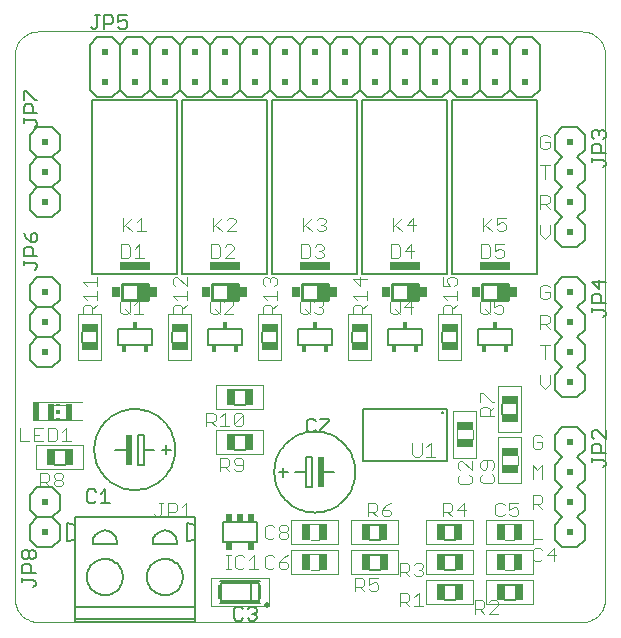
<source format=gto>
G75*
%MOIN*%
%OFA0B0*%
%FSLAX24Y24*%
%IPPOS*%
%LPD*%
%AMOC8*
5,1,8,0,0,1.08239X$1,22.5*
%
%ADD10C,0.0000*%
%ADD11C,0.0040*%
%ADD12C,0.0050*%
%ADD13R,0.0118X0.0059*%
%ADD14R,0.0118X0.0118*%
%ADD15R,0.0236X0.0531*%
%ADD16R,0.1634X0.0030*%
%ADD17R,0.0049X0.0591*%
%ADD18R,0.0197X0.0591*%
%ADD19C,0.0060*%
%ADD20C,0.0020*%
%ADD21R,0.0256X0.0551*%
%ADD22R,0.0571X0.0295*%
%ADD23R,0.0551X0.0256*%
%ADD24C,0.0080*%
%ADD25R,0.0200X0.0200*%
%ADD26R,0.0200X0.1000*%
%ADD27C,0.0070*%
%ADD28R,0.0197X0.0256*%
%ADD29C,0.0197*%
%ADD30R,0.0050X0.0472*%
%ADD31R,0.1000X0.0250*%
%ADD32R,0.0295X0.0571*%
%ADD33R,0.0180X0.0230*%
%ADD34C,0.0100*%
%ADD35R,0.0295X0.0335*%
%ADD36R,0.0354X0.0531*%
D10*
X000550Y001033D02*
X000550Y019144D01*
X000552Y019198D01*
X000557Y019251D01*
X000566Y019304D01*
X000579Y019356D01*
X000595Y019408D01*
X000615Y019458D01*
X000638Y019506D01*
X000665Y019553D01*
X000694Y019598D01*
X000727Y019641D01*
X000762Y019681D01*
X000800Y019719D01*
X000840Y019754D01*
X000883Y019787D01*
X000928Y019816D01*
X000975Y019843D01*
X001023Y019866D01*
X001073Y019886D01*
X001125Y019902D01*
X001177Y019915D01*
X001230Y019924D01*
X001283Y019929D01*
X001337Y019931D01*
X019448Y019931D01*
X019502Y019929D01*
X019555Y019924D01*
X019608Y019915D01*
X019660Y019902D01*
X019712Y019886D01*
X019762Y019866D01*
X019810Y019843D01*
X019857Y019816D01*
X019902Y019787D01*
X019945Y019754D01*
X019985Y019719D01*
X020023Y019681D01*
X020058Y019641D01*
X020091Y019598D01*
X020120Y019553D01*
X020147Y019506D01*
X020170Y019458D01*
X020190Y019408D01*
X020206Y019356D01*
X020219Y019304D01*
X020228Y019251D01*
X020233Y019198D01*
X020235Y019144D01*
X020235Y001033D01*
X020233Y000979D01*
X020228Y000926D01*
X020219Y000873D01*
X020206Y000821D01*
X020190Y000769D01*
X020170Y000719D01*
X020147Y000671D01*
X020120Y000624D01*
X020091Y000579D01*
X020058Y000536D01*
X020023Y000496D01*
X019985Y000458D01*
X019945Y000423D01*
X019902Y000390D01*
X019857Y000361D01*
X019810Y000334D01*
X019762Y000311D01*
X019712Y000291D01*
X019660Y000275D01*
X019608Y000262D01*
X019555Y000253D01*
X019502Y000248D01*
X019448Y000246D01*
X001337Y000246D01*
X001283Y000248D01*
X001230Y000253D01*
X001177Y000262D01*
X001125Y000275D01*
X001073Y000291D01*
X001023Y000311D01*
X000975Y000334D01*
X000928Y000361D01*
X000883Y000390D01*
X000840Y000423D01*
X000800Y000458D01*
X000762Y000496D01*
X000727Y000536D01*
X000694Y000579D01*
X000665Y000624D01*
X000638Y000671D01*
X000615Y000719D01*
X000595Y000769D01*
X000579Y000821D01*
X000566Y000873D01*
X000557Y000926D01*
X000552Y000979D01*
X000550Y001033D01*
X007085Y000793D02*
X007085Y001699D01*
X009015Y001699D01*
X009015Y000793D01*
X007085Y000793D01*
D11*
X007592Y002016D02*
X007746Y002016D01*
X007669Y002016D02*
X007669Y002476D01*
X007592Y002476D02*
X007746Y002476D01*
X007899Y002400D02*
X007899Y002093D01*
X007976Y002016D01*
X008129Y002016D01*
X008206Y002093D01*
X008360Y002016D02*
X008667Y002016D01*
X008513Y002016D02*
X008513Y002476D01*
X008360Y002323D01*
X008206Y002400D02*
X008129Y002476D01*
X007976Y002476D01*
X007899Y002400D01*
X008899Y002400D02*
X008899Y002093D01*
X008976Y002016D01*
X009129Y002016D01*
X009206Y002093D01*
X009360Y002093D02*
X009436Y002016D01*
X009590Y002016D01*
X009667Y002093D01*
X009667Y002169D01*
X009590Y002246D01*
X009360Y002246D01*
X009360Y002093D01*
X009360Y002246D02*
X009513Y002400D01*
X009667Y002476D01*
X009206Y002400D02*
X009129Y002476D01*
X008976Y002476D01*
X008899Y002400D01*
X008976Y003016D02*
X008899Y003093D01*
X008899Y003400D01*
X008976Y003476D01*
X009129Y003476D01*
X009206Y003400D01*
X009360Y003400D02*
X009360Y003323D01*
X009436Y003246D01*
X009590Y003246D01*
X009667Y003169D01*
X009667Y003093D01*
X009590Y003016D01*
X009436Y003016D01*
X009360Y003093D01*
X009360Y003169D01*
X009436Y003246D01*
X009590Y003246D02*
X009667Y003323D01*
X009667Y003400D01*
X009590Y003476D01*
X009436Y003476D01*
X009360Y003400D01*
X009206Y003093D02*
X009129Y003016D01*
X008976Y003016D01*
X010410Y002986D02*
X010700Y002986D01*
X010700Y002506D02*
X010400Y002506D01*
X010410Y001986D02*
X010700Y001986D01*
X011899Y001726D02*
X011899Y001266D01*
X011899Y001419D02*
X012129Y001419D01*
X012206Y001496D01*
X012206Y001650D01*
X012129Y001726D01*
X011899Y001726D01*
X012053Y001419D02*
X012206Y001266D01*
X012360Y001343D02*
X012436Y001266D01*
X012590Y001266D01*
X012667Y001343D01*
X012667Y001496D01*
X012590Y001573D01*
X012513Y001573D01*
X012360Y001496D01*
X012360Y001726D01*
X012667Y001726D01*
X013399Y001766D02*
X013399Y002226D01*
X013629Y002226D01*
X013706Y002150D01*
X013706Y001996D01*
X013629Y001919D01*
X013399Y001919D01*
X013553Y001919D02*
X013706Y001766D01*
X013860Y001843D02*
X013936Y001766D01*
X014090Y001766D01*
X014167Y001843D01*
X014167Y001919D01*
X014090Y001996D01*
X014013Y001996D01*
X014090Y001996D02*
X014167Y002073D01*
X014167Y002150D01*
X014090Y002226D01*
X013936Y002226D01*
X013860Y002150D01*
X014013Y001226D02*
X013860Y001073D01*
X013706Y001150D02*
X013706Y000996D01*
X013629Y000919D01*
X013399Y000919D01*
X013399Y000766D02*
X013399Y001226D01*
X013629Y001226D01*
X013706Y001150D01*
X013553Y000919D02*
X013706Y000766D01*
X013860Y000766D02*
X014167Y000766D01*
X014013Y000766D02*
X014013Y001226D01*
X015899Y000976D02*
X015899Y000516D01*
X015899Y000669D02*
X016129Y000669D01*
X016206Y000746D01*
X016206Y000900D01*
X016129Y000976D01*
X015899Y000976D01*
X016053Y000669D02*
X016206Y000516D01*
X016360Y000516D02*
X016667Y000823D01*
X016667Y000900D01*
X016590Y000976D01*
X016436Y000976D01*
X016360Y000900D01*
X016360Y000516D02*
X016667Y000516D01*
X016900Y001986D02*
X017200Y001986D01*
X017190Y002506D02*
X016900Y002506D01*
X016900Y002986D02*
X017200Y002986D01*
X017190Y003506D02*
X016900Y003506D01*
X016800Y003766D02*
X016647Y003766D01*
X016570Y003843D01*
X016570Y004150D01*
X016647Y004226D01*
X016800Y004226D01*
X016877Y004150D01*
X017030Y004226D02*
X017030Y003996D01*
X017184Y004073D01*
X017261Y004073D01*
X017337Y003996D01*
X017337Y003843D01*
X017261Y003766D01*
X017107Y003766D01*
X017030Y003843D01*
X016877Y003843D02*
X016800Y003766D01*
X017030Y004226D02*
X017337Y004226D01*
X017820Y004169D02*
X018050Y004169D01*
X018127Y004246D01*
X018127Y004400D01*
X018050Y004476D01*
X017820Y004476D01*
X017820Y004016D01*
X017973Y004169D02*
X018127Y004016D01*
X017820Y003476D02*
X017820Y003016D01*
X018127Y003016D01*
X018050Y002726D02*
X017897Y002726D01*
X017820Y002650D01*
X017820Y002343D01*
X017897Y002266D01*
X018050Y002266D01*
X018127Y002343D01*
X018280Y002496D02*
X018587Y002496D01*
X018511Y002266D02*
X018511Y002726D01*
X018280Y002496D01*
X018127Y002650D02*
X018050Y002726D01*
X016453Y004866D02*
X016146Y004866D01*
X016070Y004943D01*
X016070Y005096D01*
X016146Y005173D01*
X016146Y005326D02*
X016223Y005326D01*
X016300Y005403D01*
X016300Y005633D01*
X016453Y005633D02*
X016146Y005633D01*
X016070Y005557D01*
X016070Y005403D01*
X016146Y005326D01*
X016453Y005326D02*
X016530Y005403D01*
X016530Y005557D01*
X016453Y005633D01*
X016790Y005496D02*
X016790Y005786D01*
X017310Y005796D02*
X017310Y005496D01*
X017820Y005476D02*
X017820Y005016D01*
X018127Y005016D02*
X018127Y005476D01*
X017973Y005323D01*
X017820Y005476D01*
X017897Y006016D02*
X018050Y006016D01*
X018127Y006093D01*
X018127Y006246D01*
X017973Y006246D01*
X017820Y006093D02*
X017897Y006016D01*
X017820Y006093D02*
X017820Y006400D01*
X017897Y006476D01*
X018050Y006476D01*
X018127Y006400D01*
X016530Y007116D02*
X016070Y007116D01*
X016070Y007346D01*
X016146Y007423D01*
X016300Y007423D01*
X016377Y007346D01*
X016377Y007116D01*
X016377Y007269D02*
X016530Y007423D01*
X016530Y007576D02*
X016453Y007576D01*
X016146Y007883D01*
X016070Y007883D01*
X016070Y007576D01*
X015810Y006646D02*
X015810Y006346D01*
X015290Y006346D02*
X015290Y006636D01*
X014415Y006220D02*
X014415Y005760D01*
X014568Y005760D02*
X014261Y005760D01*
X014108Y005837D02*
X014108Y006220D01*
X014261Y006067D02*
X014415Y006220D01*
X014108Y005837D02*
X014031Y005760D01*
X013877Y005760D01*
X013801Y005837D01*
X013801Y006220D01*
X015320Y005536D02*
X015320Y005382D01*
X015396Y005306D01*
X015396Y005152D02*
X015320Y005075D01*
X015320Y004922D01*
X015396Y004845D01*
X015703Y004845D01*
X015780Y004922D01*
X015780Y005075D01*
X015703Y005152D01*
X015780Y005306D02*
X015473Y005613D01*
X015396Y005613D01*
X015320Y005536D01*
X015780Y005613D02*
X015780Y005306D01*
X016453Y005173D02*
X016530Y005096D01*
X016530Y004943D01*
X016453Y004866D01*
X015511Y004226D02*
X015280Y003996D01*
X015587Y003996D01*
X015511Y003766D02*
X015511Y004226D01*
X015127Y004150D02*
X015127Y003996D01*
X015050Y003919D01*
X014820Y003919D01*
X014820Y003766D02*
X014820Y004226D01*
X015050Y004226D01*
X015127Y004150D01*
X014973Y003919D02*
X015127Y003766D01*
X013087Y003843D02*
X013087Y003919D01*
X013011Y003996D01*
X012780Y003996D01*
X012780Y003843D01*
X012857Y003766D01*
X013011Y003766D01*
X013087Y003843D01*
X012934Y004150D02*
X012780Y003996D01*
X012627Y003996D02*
X012550Y003919D01*
X012320Y003919D01*
X012320Y003766D02*
X012320Y004226D01*
X012550Y004226D01*
X012627Y004150D01*
X012627Y003996D01*
X012473Y003919D02*
X012627Y003766D01*
X012934Y004150D02*
X013087Y004226D01*
X010700Y003506D02*
X010400Y003506D01*
X008167Y005343D02*
X008167Y005650D01*
X008090Y005726D01*
X007936Y005726D01*
X007860Y005650D01*
X007860Y005573D01*
X007936Y005496D01*
X008167Y005496D01*
X008167Y005343D02*
X008090Y005266D01*
X007936Y005266D01*
X007860Y005343D01*
X007706Y005266D02*
X007553Y005419D01*
X007629Y005419D02*
X007399Y005419D01*
X007399Y005266D02*
X007399Y005726D01*
X007629Y005726D01*
X007706Y005650D01*
X007706Y005496D01*
X007629Y005419D01*
X007553Y006766D02*
X007553Y007226D01*
X007399Y007073D01*
X007246Y007150D02*
X007246Y006996D01*
X007169Y006919D01*
X006939Y006919D01*
X006939Y006766D02*
X006939Y007226D01*
X007169Y007226D01*
X007246Y007150D01*
X007092Y006919D02*
X007246Y006766D01*
X007399Y006766D02*
X007706Y006766D01*
X007860Y006843D02*
X008167Y007150D01*
X008167Y006843D01*
X008090Y006766D01*
X007936Y006766D01*
X007860Y006843D01*
X007860Y007150D01*
X007936Y007226D01*
X008090Y007226D01*
X008167Y007150D01*
X006263Y004226D02*
X006263Y003766D01*
X006110Y003766D02*
X006417Y003766D01*
X006110Y004073D02*
X006263Y004226D01*
X005956Y004150D02*
X005956Y003996D01*
X005879Y003919D01*
X005649Y003919D01*
X005649Y003766D02*
X005649Y004226D01*
X005879Y004226D01*
X005956Y004150D01*
X005496Y004226D02*
X005342Y004226D01*
X005419Y004226D02*
X005419Y003843D01*
X005342Y003766D01*
X005266Y003766D01*
X005189Y003843D01*
X002417Y006266D02*
X002110Y006266D01*
X002263Y006266D02*
X002263Y006726D01*
X002110Y006573D01*
X001956Y006650D02*
X001956Y006343D01*
X001879Y006266D01*
X001649Y006266D01*
X001649Y006726D01*
X001879Y006726D01*
X001956Y006650D01*
X001873Y007000D02*
X002227Y007000D01*
X002237Y007492D02*
X001873Y007492D01*
X001496Y006726D02*
X001189Y006726D01*
X001189Y006266D01*
X001496Y006266D01*
X001342Y006496D02*
X001189Y006496D01*
X001035Y006266D02*
X000728Y006266D01*
X000728Y006726D01*
X001399Y005226D02*
X001629Y005226D01*
X001706Y005150D01*
X001706Y004996D01*
X001629Y004919D01*
X001399Y004919D01*
X001399Y004766D02*
X001399Y005226D01*
X001553Y004919D02*
X001706Y004766D01*
X001860Y004843D02*
X001860Y004919D01*
X001936Y004996D01*
X002090Y004996D01*
X002167Y004919D01*
X002167Y004843D01*
X002090Y004766D01*
X001936Y004766D01*
X001860Y004843D01*
X001936Y004996D02*
X001860Y005073D01*
X001860Y005150D01*
X001936Y005226D01*
X002090Y005226D01*
X002167Y005150D01*
X002167Y005073D01*
X002090Y004996D01*
X002820Y010516D02*
X002820Y010746D01*
X002896Y010823D01*
X003050Y010823D01*
X003127Y010746D01*
X003127Y010516D01*
X003280Y010516D02*
X002820Y010516D01*
X003127Y010669D02*
X003280Y010823D01*
X003280Y010976D02*
X003280Y011283D01*
X003280Y011130D02*
X002820Y011130D01*
X002973Y010976D01*
X002973Y011437D02*
X002820Y011590D01*
X003280Y011590D01*
X003280Y011437D02*
X003280Y011744D01*
X004082Y012372D02*
X004312Y012372D01*
X004389Y012449D01*
X004389Y012756D01*
X004312Y012833D01*
X004082Y012833D01*
X004082Y012372D01*
X004543Y012372D02*
X004850Y012372D01*
X004696Y012372D02*
X004696Y012833D01*
X004543Y012679D01*
X004610Y013266D02*
X004917Y013266D01*
X004763Y013266D02*
X004763Y013726D01*
X004610Y013573D01*
X004456Y013726D02*
X004149Y013419D01*
X004226Y013496D02*
X004456Y013266D01*
X004149Y013266D02*
X004149Y013726D01*
X005896Y011744D02*
X005820Y011667D01*
X005820Y011514D01*
X005896Y011437D01*
X005896Y011744D02*
X005973Y011744D01*
X006280Y011437D01*
X006280Y011744D01*
X006280Y011283D02*
X006280Y010976D01*
X006280Y010823D02*
X006127Y010669D01*
X006127Y010746D02*
X006127Y010516D01*
X006280Y010516D02*
X005820Y010516D01*
X005820Y010746D01*
X005896Y010823D01*
X006050Y010823D01*
X006127Y010746D01*
X005973Y010976D02*
X005820Y011130D01*
X006280Y011130D01*
X007070Y010900D02*
X007070Y010593D01*
X007147Y010516D01*
X007300Y010516D01*
X007377Y010593D01*
X007377Y010900D01*
X007300Y010976D01*
X007147Y010976D01*
X007070Y010900D01*
X007223Y010669D02*
X007377Y010516D01*
X007530Y010516D02*
X007837Y010823D01*
X007837Y010900D01*
X007761Y010976D01*
X007607Y010976D01*
X007530Y010900D01*
X007530Y010516D02*
X007837Y010516D01*
X008820Y010516D02*
X008820Y010746D01*
X008896Y010823D01*
X009050Y010823D01*
X009127Y010746D01*
X009127Y010516D01*
X009280Y010516D02*
X008820Y010516D01*
X009127Y010669D02*
X009280Y010823D01*
X009280Y010976D02*
X009280Y011283D01*
X009280Y011130D02*
X008820Y011130D01*
X008973Y010976D01*
X008896Y011437D02*
X008820Y011514D01*
X008820Y011667D01*
X008896Y011744D01*
X008973Y011744D01*
X009050Y011667D01*
X009127Y011744D01*
X009203Y011744D01*
X009280Y011667D01*
X009280Y011514D01*
X009203Y011437D01*
X009050Y011590D02*
X009050Y011667D01*
X010082Y012372D02*
X010082Y012833D01*
X010312Y012833D01*
X010389Y012756D01*
X010389Y012449D01*
X010312Y012372D01*
X010082Y012372D01*
X010543Y012449D02*
X010619Y012372D01*
X010773Y012372D01*
X010850Y012449D01*
X010850Y012526D01*
X010773Y012602D01*
X010696Y012602D01*
X010773Y012602D02*
X010850Y012679D01*
X010850Y012756D01*
X010773Y012833D01*
X010619Y012833D01*
X010543Y012756D01*
X010456Y013266D02*
X010226Y013496D01*
X010149Y013419D02*
X010456Y013726D01*
X010610Y013650D02*
X010686Y013726D01*
X010840Y013726D01*
X010917Y013650D01*
X010917Y013573D01*
X010840Y013496D01*
X010917Y013419D01*
X010917Y013343D01*
X010840Y013266D01*
X010686Y013266D01*
X010610Y013343D01*
X010763Y013496D02*
X010840Y013496D01*
X010149Y013726D02*
X010149Y013266D01*
X011820Y011667D02*
X012050Y011437D01*
X012050Y011744D01*
X012280Y011667D02*
X011820Y011667D01*
X012280Y011283D02*
X012280Y010976D01*
X012280Y010823D02*
X012127Y010669D01*
X012127Y010746D02*
X012127Y010516D01*
X012280Y010516D02*
X011820Y010516D01*
X011820Y010746D01*
X011896Y010823D01*
X012050Y010823D01*
X012127Y010746D01*
X011973Y010976D02*
X011820Y011130D01*
X012280Y011130D01*
X013070Y010900D02*
X013070Y010593D01*
X013147Y010516D01*
X013300Y010516D01*
X013377Y010593D01*
X013377Y010900D01*
X013300Y010976D01*
X013147Y010976D01*
X013070Y010900D01*
X013223Y010669D02*
X013377Y010516D01*
X013530Y010746D02*
X013837Y010746D01*
X013761Y010516D02*
X013761Y010976D01*
X013530Y010746D01*
X014820Y010746D02*
X014820Y010516D01*
X015280Y010516D01*
X015127Y010516D02*
X015127Y010746D01*
X015050Y010823D01*
X014896Y010823D01*
X014820Y010746D01*
X014973Y010976D02*
X014820Y011130D01*
X015280Y011130D01*
X015280Y011283D02*
X015280Y010976D01*
X015280Y010823D02*
X015127Y010669D01*
X015203Y011437D02*
X015280Y011514D01*
X015280Y011667D01*
X015203Y011744D01*
X015050Y011744D01*
X014973Y011667D01*
X014973Y011590D01*
X015050Y011437D01*
X014820Y011437D01*
X014820Y011744D01*
X013773Y012372D02*
X013773Y012833D01*
X013543Y012602D01*
X013850Y012602D01*
X013389Y012449D02*
X013389Y012756D01*
X013312Y012833D01*
X013082Y012833D01*
X013082Y012372D01*
X013312Y012372D01*
X013389Y012449D01*
X013456Y013266D02*
X013226Y013496D01*
X013149Y013419D02*
X013456Y013726D01*
X013610Y013496D02*
X013917Y013496D01*
X013840Y013266D02*
X013840Y013726D01*
X013610Y013496D01*
X013149Y013726D02*
X013149Y013266D01*
X010837Y010900D02*
X010837Y010823D01*
X010761Y010746D01*
X010837Y010669D01*
X010837Y010593D01*
X010761Y010516D01*
X010607Y010516D01*
X010530Y010593D01*
X010377Y010593D02*
X010300Y010516D01*
X010147Y010516D01*
X010070Y010593D01*
X010070Y010900D01*
X010147Y010976D01*
X010300Y010976D01*
X010377Y010900D01*
X010377Y010593D01*
X010377Y010516D02*
X010223Y010669D01*
X010530Y010900D02*
X010607Y010976D01*
X010761Y010976D01*
X010837Y010900D01*
X010761Y010746D02*
X010684Y010746D01*
X007850Y012372D02*
X007543Y012372D01*
X007850Y012679D01*
X007850Y012756D01*
X007773Y012833D01*
X007619Y012833D01*
X007543Y012756D01*
X007389Y012756D02*
X007312Y012833D01*
X007082Y012833D01*
X007082Y012372D01*
X007312Y012372D01*
X007389Y012449D01*
X007389Y012756D01*
X007456Y013266D02*
X007226Y013496D01*
X007149Y013419D02*
X007456Y013726D01*
X007610Y013650D02*
X007686Y013726D01*
X007840Y013726D01*
X007917Y013650D01*
X007917Y013573D01*
X007610Y013266D01*
X007917Y013266D01*
X007149Y013266D02*
X007149Y013726D01*
X004684Y010976D02*
X004530Y010823D01*
X004377Y010900D02*
X004377Y010593D01*
X004300Y010516D01*
X004147Y010516D01*
X004070Y010593D01*
X004070Y010900D01*
X004147Y010976D01*
X004300Y010976D01*
X004377Y010900D01*
X004223Y010669D02*
X004377Y010516D01*
X004530Y010516D02*
X004837Y010516D01*
X004684Y010516D02*
X004684Y010976D01*
X016070Y010900D02*
X016070Y010593D01*
X016147Y010516D01*
X016300Y010516D01*
X016377Y010593D01*
X016377Y010900D01*
X016300Y010976D01*
X016147Y010976D01*
X016070Y010900D01*
X016223Y010669D02*
X016377Y010516D01*
X016530Y010593D02*
X016607Y010516D01*
X016761Y010516D01*
X016837Y010593D01*
X016837Y010746D01*
X016761Y010823D01*
X016684Y010823D01*
X016530Y010746D01*
X016530Y010976D01*
X016837Y010976D01*
X018070Y011093D02*
X018147Y011016D01*
X018300Y011016D01*
X018377Y011093D01*
X018377Y011246D01*
X018223Y011246D01*
X018070Y011093D02*
X018070Y011400D01*
X018147Y011476D01*
X018300Y011476D01*
X018377Y011400D01*
X018300Y010476D02*
X018070Y010476D01*
X018070Y010016D01*
X018070Y010169D02*
X018300Y010169D01*
X018377Y010246D01*
X018377Y010400D01*
X018300Y010476D01*
X018223Y010169D02*
X018377Y010016D01*
X018377Y009476D02*
X018070Y009476D01*
X018223Y009476D02*
X018223Y009016D01*
X018070Y008476D02*
X018070Y008169D01*
X018223Y008016D01*
X018377Y008169D01*
X018377Y008476D01*
X016773Y012372D02*
X016619Y012372D01*
X016543Y012449D01*
X016543Y012602D02*
X016696Y012679D01*
X016773Y012679D01*
X016850Y012602D01*
X016850Y012449D01*
X016773Y012372D01*
X016543Y012602D02*
X016543Y012833D01*
X016850Y012833D01*
X016840Y013266D02*
X016686Y013266D01*
X016610Y013343D01*
X016610Y013496D02*
X016763Y013573D01*
X016840Y013573D01*
X016917Y013496D01*
X016917Y013343D01*
X016840Y013266D01*
X016610Y013496D02*
X016610Y013726D01*
X016917Y013726D01*
X016456Y013726D02*
X016149Y013419D01*
X016226Y013496D02*
X016456Y013266D01*
X016149Y013266D02*
X016149Y013726D01*
X016082Y012833D02*
X016312Y012833D01*
X016389Y012756D01*
X016389Y012449D01*
X016312Y012372D01*
X016082Y012372D01*
X016082Y012833D01*
X018070Y013169D02*
X018223Y013016D01*
X018377Y013169D01*
X018377Y013476D01*
X018070Y013476D02*
X018070Y013169D01*
X018070Y014016D02*
X018070Y014476D01*
X018300Y014476D01*
X018377Y014400D01*
X018377Y014246D01*
X018300Y014169D01*
X018070Y014169D01*
X018223Y014169D02*
X018377Y014016D01*
X018223Y015016D02*
X018223Y015476D01*
X018070Y015476D02*
X018377Y015476D01*
X018300Y016016D02*
X018377Y016093D01*
X018377Y016246D01*
X018223Y016246D01*
X018070Y016093D02*
X018147Y016016D01*
X018300Y016016D01*
X018070Y016093D02*
X018070Y016400D01*
X018147Y016476D01*
X018300Y016476D01*
X018377Y016400D01*
D12*
X019795Y016416D02*
X019795Y016566D01*
X019870Y016641D01*
X019945Y016641D01*
X020020Y016566D01*
X020095Y016641D01*
X020170Y016641D01*
X020245Y016566D01*
X020245Y016416D01*
X020170Y016341D01*
X020020Y016491D02*
X020020Y016566D01*
X019870Y016341D02*
X019795Y016416D01*
X019870Y016180D02*
X019795Y016105D01*
X019795Y015880D01*
X020245Y015880D01*
X020095Y015880D02*
X020095Y016105D01*
X020020Y016180D01*
X019870Y016180D01*
X019795Y015720D02*
X019795Y015570D01*
X019795Y015645D02*
X020170Y015645D01*
X020245Y015570D01*
X020245Y015495D01*
X020170Y015420D01*
X020020Y011641D02*
X020020Y011341D01*
X019795Y011566D01*
X020245Y011566D01*
X020020Y011180D02*
X019870Y011180D01*
X019795Y011105D01*
X019795Y010880D01*
X020245Y010880D01*
X020095Y010880D02*
X020095Y011105D01*
X020020Y011180D01*
X019795Y010720D02*
X019795Y010570D01*
X019795Y010645D02*
X020170Y010645D01*
X020245Y010570D01*
X020245Y010495D01*
X020170Y010420D01*
X017110Y010006D02*
X017110Y009486D01*
X015990Y009486D01*
X015990Y010006D01*
X017110Y010006D01*
X014957Y007362D02*
X012143Y007362D01*
X012143Y005630D01*
X014957Y005630D01*
X014957Y007362D01*
X014780Y007224D02*
X014782Y007232D01*
X014787Y007239D01*
X014794Y007243D01*
X014802Y007244D01*
X014810Y007241D01*
X014816Y007236D01*
X014820Y007228D01*
X014820Y007220D01*
X014816Y007212D01*
X014810Y007207D01*
X014802Y007204D01*
X014794Y007205D01*
X014787Y007209D01*
X014782Y007216D01*
X014780Y007224D01*
X014110Y009486D02*
X012990Y009486D01*
X012990Y010006D01*
X014110Y010006D01*
X014110Y009486D01*
X011110Y009486D02*
X009990Y009486D01*
X009990Y010006D01*
X011110Y010006D01*
X011110Y009486D01*
X011036Y007021D02*
X010735Y007021D01*
X010575Y006946D02*
X010500Y007021D01*
X010350Y007021D01*
X010275Y006946D01*
X010275Y006646D01*
X010350Y006571D01*
X010500Y006571D01*
X010575Y006646D01*
X010735Y006646D02*
X010735Y006571D01*
X010735Y006646D02*
X011036Y006946D01*
X011036Y007021D01*
X008110Y009486D02*
X006990Y009486D01*
X006990Y010006D01*
X008110Y010006D01*
X008110Y009486D01*
X005110Y009486D02*
X003990Y009486D01*
X003990Y010006D01*
X005110Y010006D01*
X005110Y009486D01*
X001305Y012066D02*
X001305Y012141D01*
X001230Y012216D01*
X000855Y012216D01*
X000855Y012141D02*
X000855Y012291D01*
X000855Y012451D02*
X000855Y012677D01*
X000930Y012752D01*
X001080Y012752D01*
X001155Y012677D01*
X001155Y012451D01*
X001305Y012451D02*
X000855Y012451D01*
X001305Y012066D02*
X001230Y011991D01*
X001230Y012912D02*
X001305Y012987D01*
X001305Y013137D01*
X001230Y013212D01*
X001155Y013212D01*
X001080Y013137D01*
X001080Y012912D01*
X001230Y012912D01*
X001080Y012912D02*
X000930Y013062D01*
X000855Y013212D01*
X001230Y016741D02*
X001305Y016816D01*
X001305Y016891D01*
X001230Y016966D01*
X000855Y016966D01*
X000855Y016891D02*
X000855Y017041D01*
X000855Y017201D02*
X000855Y017427D01*
X000930Y017502D01*
X001080Y017502D01*
X001155Y017427D01*
X001155Y017201D01*
X001305Y017201D02*
X000855Y017201D01*
X000855Y017662D02*
X000855Y017962D01*
X000930Y017962D01*
X001230Y017662D01*
X001305Y017662D01*
X003150Y020021D02*
X003075Y020096D01*
X003150Y020021D02*
X003225Y020021D01*
X003300Y020096D01*
X003300Y020471D01*
X003225Y020471D02*
X003375Y020471D01*
X003535Y020471D02*
X003761Y020471D01*
X003836Y020396D01*
X003836Y020246D01*
X003761Y020171D01*
X003535Y020171D01*
X003535Y020021D02*
X003535Y020471D01*
X003996Y020471D02*
X003996Y020246D01*
X004146Y020321D01*
X004221Y020321D01*
X004296Y020246D01*
X004296Y020096D01*
X004221Y020021D01*
X004071Y020021D01*
X003996Y020096D01*
X003996Y020471D02*
X004296Y020471D01*
X019795Y006566D02*
X019795Y006416D01*
X019870Y006341D01*
X019870Y006180D02*
X019795Y006105D01*
X019795Y005880D01*
X020245Y005880D01*
X020095Y005880D02*
X020095Y006105D01*
X020020Y006180D01*
X019870Y006180D01*
X019795Y006566D02*
X019870Y006641D01*
X019945Y006641D01*
X020245Y006341D01*
X020245Y006641D01*
X020170Y005645D02*
X019795Y005645D01*
X019795Y005570D02*
X019795Y005720D01*
X020170Y005645D02*
X020245Y005570D01*
X020245Y005495D01*
X020170Y005420D01*
X008719Y001600D02*
X007381Y001600D01*
X007420Y001561D02*
X008428Y001561D01*
X008428Y000931D01*
X007420Y000931D01*
X007420Y001561D01*
X007381Y000892D02*
X008719Y000892D01*
X008680Y000931D02*
X008428Y000931D01*
X008384Y000742D02*
X008309Y000667D01*
X008384Y000742D02*
X008534Y000742D01*
X008609Y000667D01*
X008609Y000592D01*
X008534Y000517D01*
X008609Y000442D01*
X008609Y000367D01*
X008534Y000292D01*
X008384Y000292D01*
X008309Y000367D01*
X008149Y000367D02*
X008074Y000292D01*
X007924Y000292D01*
X007849Y000367D01*
X007849Y000667D01*
X007924Y000742D01*
X008074Y000742D01*
X008149Y000667D01*
X008459Y000517D02*
X008534Y000517D01*
X008680Y000931D02*
X008680Y001561D01*
X008428Y001561D01*
X006550Y000746D02*
X006550Y000346D01*
X002550Y000346D01*
X002550Y000746D01*
X006550Y000746D01*
X006550Y003746D01*
X002550Y003746D01*
X002550Y000746D01*
X002550Y000346D02*
X002550Y000246D01*
X006550Y000246D01*
X006550Y000346D01*
X004950Y001746D02*
X004952Y001795D01*
X004958Y001843D01*
X004968Y001891D01*
X004982Y001938D01*
X004999Y001984D01*
X005020Y002028D01*
X005045Y002070D01*
X005073Y002110D01*
X005105Y002148D01*
X005139Y002183D01*
X005176Y002215D01*
X005215Y002244D01*
X005257Y002270D01*
X005301Y002292D01*
X005346Y002310D01*
X005393Y002325D01*
X005440Y002336D01*
X005489Y002343D01*
X005538Y002346D01*
X005587Y002345D01*
X005635Y002340D01*
X005684Y002331D01*
X005731Y002318D01*
X005777Y002301D01*
X005821Y002281D01*
X005864Y002257D01*
X005905Y002230D01*
X005943Y002199D01*
X005979Y002166D01*
X006011Y002130D01*
X006041Y002091D01*
X006068Y002050D01*
X006091Y002006D01*
X006110Y001961D01*
X006126Y001915D01*
X006138Y001868D01*
X006146Y001819D01*
X006150Y001770D01*
X006150Y001722D01*
X006146Y001673D01*
X006138Y001624D01*
X006126Y001577D01*
X006110Y001531D01*
X006091Y001486D01*
X006068Y001442D01*
X006041Y001401D01*
X006011Y001362D01*
X005979Y001326D01*
X005943Y001293D01*
X005905Y001262D01*
X005864Y001235D01*
X005821Y001211D01*
X005777Y001191D01*
X005731Y001174D01*
X005684Y001161D01*
X005635Y001152D01*
X005587Y001147D01*
X005538Y001146D01*
X005489Y001149D01*
X005440Y001156D01*
X005393Y001167D01*
X005346Y001182D01*
X005301Y001200D01*
X005257Y001222D01*
X005215Y001248D01*
X005176Y001277D01*
X005139Y001309D01*
X005105Y001344D01*
X005073Y001382D01*
X005045Y001422D01*
X005020Y001464D01*
X004999Y001508D01*
X004982Y001554D01*
X004968Y001601D01*
X004958Y001649D01*
X004952Y001697D01*
X004950Y001746D01*
X005150Y002846D02*
X005950Y002846D01*
X006300Y002946D02*
X006550Y002996D01*
X006300Y002946D02*
X006300Y003546D01*
X006550Y003496D01*
X005950Y002846D02*
X005953Y002885D01*
X005952Y002924D01*
X005947Y002963D01*
X005939Y003001D01*
X005927Y003038D01*
X005912Y003074D01*
X005893Y003108D01*
X005871Y003140D01*
X005846Y003170D01*
X005818Y003197D01*
X005787Y003222D01*
X005755Y003243D01*
X005720Y003261D01*
X005684Y003276D01*
X005647Y003287D01*
X005608Y003295D01*
X005570Y003299D01*
X005530Y003299D01*
X005492Y003295D01*
X005453Y003287D01*
X005416Y003276D01*
X005380Y003261D01*
X005345Y003243D01*
X005313Y003222D01*
X005282Y003197D01*
X005254Y003170D01*
X005229Y003140D01*
X005207Y003108D01*
X005188Y003074D01*
X005173Y003038D01*
X005161Y003001D01*
X005153Y002963D01*
X005148Y002924D01*
X005147Y002885D01*
X005150Y002846D01*
X003950Y002846D02*
X003150Y002846D01*
X003147Y002885D01*
X003148Y002924D01*
X003153Y002963D01*
X003161Y003001D01*
X003173Y003038D01*
X003188Y003074D01*
X003207Y003108D01*
X003229Y003140D01*
X003254Y003170D01*
X003282Y003197D01*
X003313Y003222D01*
X003345Y003243D01*
X003380Y003261D01*
X003416Y003276D01*
X003453Y003287D01*
X003492Y003295D01*
X003530Y003299D01*
X003570Y003299D01*
X003608Y003295D01*
X003647Y003287D01*
X003684Y003276D01*
X003720Y003261D01*
X003755Y003243D01*
X003787Y003222D01*
X003818Y003197D01*
X003846Y003170D01*
X003871Y003140D01*
X003893Y003108D01*
X003912Y003074D01*
X003927Y003038D01*
X003939Y003001D01*
X003947Y002963D01*
X003952Y002924D01*
X003953Y002885D01*
X003950Y002846D01*
X002950Y001746D02*
X002952Y001795D01*
X002958Y001843D01*
X002968Y001891D01*
X002982Y001938D01*
X002999Y001984D01*
X003020Y002028D01*
X003045Y002070D01*
X003073Y002110D01*
X003105Y002148D01*
X003139Y002183D01*
X003176Y002215D01*
X003215Y002244D01*
X003257Y002270D01*
X003301Y002292D01*
X003346Y002310D01*
X003393Y002325D01*
X003440Y002336D01*
X003489Y002343D01*
X003538Y002346D01*
X003587Y002345D01*
X003635Y002340D01*
X003684Y002331D01*
X003731Y002318D01*
X003777Y002301D01*
X003821Y002281D01*
X003864Y002257D01*
X003905Y002230D01*
X003943Y002199D01*
X003979Y002166D01*
X004011Y002130D01*
X004041Y002091D01*
X004068Y002050D01*
X004091Y002006D01*
X004110Y001961D01*
X004126Y001915D01*
X004138Y001868D01*
X004146Y001819D01*
X004150Y001770D01*
X004150Y001722D01*
X004146Y001673D01*
X004138Y001624D01*
X004126Y001577D01*
X004110Y001531D01*
X004091Y001486D01*
X004068Y001442D01*
X004041Y001401D01*
X004011Y001362D01*
X003979Y001326D01*
X003943Y001293D01*
X003905Y001262D01*
X003864Y001235D01*
X003821Y001211D01*
X003777Y001191D01*
X003731Y001174D01*
X003684Y001161D01*
X003635Y001152D01*
X003587Y001147D01*
X003538Y001146D01*
X003489Y001149D01*
X003440Y001156D01*
X003393Y001167D01*
X003346Y001182D01*
X003301Y001200D01*
X003257Y001222D01*
X003215Y001248D01*
X003176Y001277D01*
X003139Y001309D01*
X003105Y001344D01*
X003073Y001382D01*
X003045Y001422D01*
X003020Y001464D01*
X002999Y001508D01*
X002982Y001554D01*
X002968Y001601D01*
X002958Y001649D01*
X002952Y001697D01*
X002950Y001746D01*
X002550Y002996D02*
X002300Y002946D01*
X002300Y003546D01*
X002550Y003496D01*
X003029Y004221D02*
X003179Y004221D01*
X003254Y004296D01*
X003415Y004221D02*
X003715Y004221D01*
X003565Y004221D02*
X003565Y004671D01*
X003415Y004521D01*
X003254Y004596D02*
X003179Y004671D01*
X003029Y004671D01*
X002954Y004596D01*
X002954Y004296D01*
X003029Y004221D01*
X001245Y002566D02*
X001245Y002416D01*
X001170Y002341D01*
X001095Y002341D01*
X001020Y002416D01*
X001020Y002566D01*
X001095Y002641D01*
X001170Y002641D01*
X001245Y002566D01*
X001020Y002566D02*
X000945Y002641D01*
X000870Y002641D01*
X000795Y002566D01*
X000795Y002416D01*
X000870Y002341D01*
X000945Y002341D01*
X001020Y002416D01*
X001020Y002180D02*
X001095Y002105D01*
X001095Y001880D01*
X001245Y001880D02*
X000795Y001880D01*
X000795Y002105D01*
X000870Y002180D01*
X001020Y002180D01*
X000795Y001720D02*
X000795Y001570D01*
X000795Y001645D02*
X001170Y001645D01*
X001245Y001570D01*
X001245Y001495D01*
X001170Y001420D01*
D13*
X001991Y007010D03*
X001991Y007482D03*
D14*
X001991Y007246D03*
D15*
X001755Y007246D03*
X002345Y007246D03*
D16*
X001981Y007556D03*
X001981Y006936D03*
D17*
X002773Y007246D03*
D18*
X001263Y007246D03*
D19*
X001889Y005996D02*
X002211Y005996D01*
X002211Y005496D02*
X001889Y005496D01*
X001800Y004746D02*
X001300Y004746D01*
X001050Y004496D01*
X001050Y003996D01*
X001300Y003746D01*
X001050Y003496D01*
X001050Y002996D01*
X001300Y002746D01*
X001800Y002746D01*
X002050Y002996D01*
X002050Y003496D01*
X001800Y003746D01*
X001300Y003746D01*
X001800Y003746D02*
X002050Y003996D01*
X002050Y004496D01*
X001800Y004746D01*
X003900Y005996D02*
X004300Y005996D01*
X003200Y005996D02*
X003202Y006069D01*
X003208Y006142D01*
X003218Y006214D01*
X003232Y006286D01*
X003249Y006357D01*
X003271Y006427D01*
X003296Y006496D01*
X003325Y006563D01*
X003357Y006628D01*
X003393Y006692D01*
X003433Y006754D01*
X003475Y006813D01*
X003521Y006870D01*
X003570Y006924D01*
X003622Y006976D01*
X003676Y007025D01*
X003733Y007071D01*
X003792Y007113D01*
X003854Y007153D01*
X003918Y007189D01*
X003983Y007221D01*
X004050Y007250D01*
X004119Y007275D01*
X004189Y007297D01*
X004260Y007314D01*
X004332Y007328D01*
X004404Y007338D01*
X004477Y007344D01*
X004550Y007346D01*
X004623Y007344D01*
X004696Y007338D01*
X004768Y007328D01*
X004840Y007314D01*
X004911Y007297D01*
X004981Y007275D01*
X005050Y007250D01*
X005117Y007221D01*
X005182Y007189D01*
X005246Y007153D01*
X005308Y007113D01*
X005367Y007071D01*
X005424Y007025D01*
X005478Y006976D01*
X005530Y006924D01*
X005579Y006870D01*
X005625Y006813D01*
X005667Y006754D01*
X005707Y006692D01*
X005743Y006628D01*
X005775Y006563D01*
X005804Y006496D01*
X005829Y006427D01*
X005851Y006357D01*
X005868Y006286D01*
X005882Y006214D01*
X005892Y006142D01*
X005898Y006069D01*
X005900Y005996D01*
X005898Y005923D01*
X005892Y005850D01*
X005882Y005778D01*
X005868Y005706D01*
X005851Y005635D01*
X005829Y005565D01*
X005804Y005496D01*
X005775Y005429D01*
X005743Y005364D01*
X005707Y005300D01*
X005667Y005238D01*
X005625Y005179D01*
X005579Y005122D01*
X005530Y005068D01*
X005478Y005016D01*
X005424Y004967D01*
X005367Y004921D01*
X005308Y004879D01*
X005246Y004839D01*
X005182Y004803D01*
X005117Y004771D01*
X005050Y004742D01*
X004981Y004717D01*
X004911Y004695D01*
X004840Y004678D01*
X004768Y004664D01*
X004696Y004654D01*
X004623Y004648D01*
X004550Y004646D01*
X004477Y004648D01*
X004404Y004654D01*
X004332Y004664D01*
X004260Y004678D01*
X004189Y004695D01*
X004119Y004717D01*
X004050Y004742D01*
X003983Y004771D01*
X003918Y004803D01*
X003854Y004839D01*
X003792Y004879D01*
X003733Y004921D01*
X003676Y004967D01*
X003622Y005016D01*
X003570Y005068D01*
X003521Y005122D01*
X003475Y005179D01*
X003433Y005238D01*
X003393Y005300D01*
X003357Y005364D01*
X003325Y005429D01*
X003296Y005496D01*
X003271Y005565D01*
X003249Y005635D01*
X003232Y005706D01*
X003218Y005778D01*
X003208Y005850D01*
X003202Y005923D01*
X003200Y005996D01*
X004650Y006496D02*
X004650Y005496D01*
X004850Y005496D01*
X004850Y005996D01*
X004850Y006496D01*
X004650Y006496D01*
X004850Y005996D02*
X005200Y005996D01*
X005450Y005996D02*
X005750Y005996D01*
X005600Y006146D02*
X005600Y005846D01*
X007889Y005996D02*
X008211Y005996D01*
X008211Y006496D02*
X007889Y006496D01*
X007889Y007496D02*
X008211Y007496D01*
X008211Y007996D02*
X007889Y007996D01*
X008800Y009585D02*
X008800Y009907D01*
X009300Y009907D02*
X009300Y009585D01*
X011800Y009585D02*
X011800Y009907D01*
X012300Y009907D02*
X012300Y009585D01*
X014800Y009585D02*
X014800Y009907D01*
X015300Y009907D02*
X015300Y009585D01*
X016800Y007507D02*
X016800Y007185D01*
X017300Y007185D02*
X017300Y007507D01*
X015211Y003496D02*
X014889Y003496D01*
X014889Y002996D02*
X015211Y002996D01*
X015211Y002496D02*
X014889Y002496D01*
X014889Y001996D02*
X015211Y001996D01*
X015211Y001496D02*
X014889Y001496D01*
X014889Y000996D02*
X015211Y000996D01*
X016889Y000996D02*
X017211Y000996D01*
X017211Y001496D02*
X016889Y001496D01*
X012711Y001996D02*
X012389Y001996D01*
X012389Y002496D02*
X012711Y002496D01*
X012711Y002996D02*
X012389Y002996D01*
X012389Y003496D02*
X012711Y003496D01*
X011200Y005246D02*
X010800Y005246D01*
X009200Y005246D02*
X009202Y005319D01*
X009208Y005392D01*
X009218Y005464D01*
X009232Y005536D01*
X009249Y005607D01*
X009271Y005677D01*
X009296Y005746D01*
X009325Y005813D01*
X009357Y005878D01*
X009393Y005942D01*
X009433Y006004D01*
X009475Y006063D01*
X009521Y006120D01*
X009570Y006174D01*
X009622Y006226D01*
X009676Y006275D01*
X009733Y006321D01*
X009792Y006363D01*
X009854Y006403D01*
X009918Y006439D01*
X009983Y006471D01*
X010050Y006500D01*
X010119Y006525D01*
X010189Y006547D01*
X010260Y006564D01*
X010332Y006578D01*
X010404Y006588D01*
X010477Y006594D01*
X010550Y006596D01*
X010623Y006594D01*
X010696Y006588D01*
X010768Y006578D01*
X010840Y006564D01*
X010911Y006547D01*
X010981Y006525D01*
X011050Y006500D01*
X011117Y006471D01*
X011182Y006439D01*
X011246Y006403D01*
X011308Y006363D01*
X011367Y006321D01*
X011424Y006275D01*
X011478Y006226D01*
X011530Y006174D01*
X011579Y006120D01*
X011625Y006063D01*
X011667Y006004D01*
X011707Y005942D01*
X011743Y005878D01*
X011775Y005813D01*
X011804Y005746D01*
X011829Y005677D01*
X011851Y005607D01*
X011868Y005536D01*
X011882Y005464D01*
X011892Y005392D01*
X011898Y005319D01*
X011900Y005246D01*
X011898Y005173D01*
X011892Y005100D01*
X011882Y005028D01*
X011868Y004956D01*
X011851Y004885D01*
X011829Y004815D01*
X011804Y004746D01*
X011775Y004679D01*
X011743Y004614D01*
X011707Y004550D01*
X011667Y004488D01*
X011625Y004429D01*
X011579Y004372D01*
X011530Y004318D01*
X011478Y004266D01*
X011424Y004217D01*
X011367Y004171D01*
X011308Y004129D01*
X011246Y004089D01*
X011182Y004053D01*
X011117Y004021D01*
X011050Y003992D01*
X010981Y003967D01*
X010911Y003945D01*
X010840Y003928D01*
X010768Y003914D01*
X010696Y003904D01*
X010623Y003898D01*
X010550Y003896D01*
X010477Y003898D01*
X010404Y003904D01*
X010332Y003914D01*
X010260Y003928D01*
X010189Y003945D01*
X010119Y003967D01*
X010050Y003992D01*
X009983Y004021D01*
X009918Y004053D01*
X009854Y004089D01*
X009792Y004129D01*
X009733Y004171D01*
X009676Y004217D01*
X009622Y004266D01*
X009570Y004318D01*
X009521Y004372D01*
X009475Y004429D01*
X009433Y004488D01*
X009393Y004550D01*
X009357Y004614D01*
X009325Y004679D01*
X009296Y004746D01*
X009271Y004815D01*
X009249Y004885D01*
X009232Y004956D01*
X009218Y005028D01*
X009208Y005100D01*
X009202Y005173D01*
X009200Y005246D01*
X009350Y005246D02*
X009650Y005246D01*
X009500Y005096D02*
X009500Y005396D01*
X009900Y005246D02*
X010250Y005246D01*
X010250Y005746D01*
X010450Y005746D01*
X010450Y004746D01*
X010250Y004746D01*
X010250Y005246D01*
X006300Y009585D02*
X006300Y009907D01*
X005800Y009907D02*
X005800Y009585D01*
X003300Y009585D02*
X003300Y009907D01*
X002800Y009907D02*
X002800Y009585D01*
X002050Y009496D02*
X002050Y008996D01*
X001800Y008746D01*
X001300Y008746D01*
X001050Y008996D01*
X001050Y009496D01*
X001300Y009746D01*
X001050Y009996D01*
X001050Y010496D01*
X001300Y010746D01*
X001050Y010996D01*
X001050Y011496D01*
X001300Y011746D01*
X001800Y011746D01*
X002050Y011496D01*
X002050Y010996D01*
X001800Y010746D01*
X002050Y010496D01*
X002050Y009996D01*
X001800Y009746D01*
X002050Y009496D01*
X001800Y009746D02*
X001300Y009746D01*
X001300Y010746D02*
X001800Y010746D01*
X001800Y013746D02*
X001300Y013746D01*
X001050Y013996D01*
X001050Y014496D01*
X001300Y014746D01*
X001050Y014996D01*
X001050Y015496D01*
X001300Y015746D01*
X001050Y015996D01*
X001050Y016496D01*
X001300Y016746D01*
X001800Y016746D01*
X002050Y016496D01*
X002050Y015996D01*
X001800Y015746D01*
X002050Y015496D01*
X002050Y014996D01*
X001800Y014746D01*
X002050Y014496D01*
X002050Y013996D01*
X001800Y013746D01*
X001800Y014746D02*
X001300Y014746D01*
X001300Y015746D02*
X001800Y015746D01*
X003300Y017746D02*
X003800Y017746D01*
X004050Y017996D01*
X004050Y019496D01*
X004300Y019746D01*
X004800Y019746D01*
X005050Y019496D01*
X005050Y017996D01*
X005300Y017746D01*
X005800Y017746D01*
X006050Y017996D01*
X006050Y019496D01*
X006300Y019746D01*
X006800Y019746D01*
X007050Y019496D01*
X007050Y017996D01*
X007300Y017746D01*
X007800Y017746D01*
X008050Y017996D01*
X008050Y019496D01*
X008300Y019746D01*
X008800Y019746D01*
X009050Y019496D01*
X009050Y017996D01*
X009300Y017746D01*
X009800Y017746D01*
X010050Y017996D01*
X010050Y019496D01*
X010300Y019746D01*
X010800Y019746D01*
X011050Y019496D01*
X011050Y017996D01*
X010800Y017746D01*
X010300Y017746D01*
X010050Y017996D01*
X009050Y017996D02*
X008800Y017746D01*
X008300Y017746D01*
X008050Y017996D01*
X007050Y017996D02*
X006800Y017746D01*
X006300Y017746D01*
X006050Y017996D01*
X005050Y017996D02*
X004800Y017746D01*
X004300Y017746D01*
X004050Y017996D01*
X003300Y017746D02*
X003050Y017996D01*
X003050Y019496D01*
X003300Y019746D01*
X003800Y019746D01*
X004050Y019496D01*
X005050Y019496D02*
X005300Y019746D01*
X005800Y019746D01*
X006050Y019496D01*
X007050Y019496D02*
X007300Y019746D01*
X007800Y019746D01*
X008050Y019496D01*
X009050Y019496D02*
X009300Y019746D01*
X009800Y019746D01*
X010050Y019496D01*
X011050Y019496D02*
X011300Y019746D01*
X011800Y019746D01*
X012050Y019496D01*
X012050Y017996D01*
X011800Y017746D01*
X011300Y017746D01*
X011050Y017996D01*
X012050Y017996D02*
X012300Y017746D01*
X012800Y017746D01*
X013050Y017996D01*
X013050Y019496D01*
X013300Y019746D01*
X013800Y019746D01*
X014050Y019496D01*
X014050Y017996D01*
X013800Y017746D01*
X013300Y017746D01*
X013050Y017996D01*
X014050Y017996D02*
X014300Y017746D01*
X014800Y017746D01*
X015050Y017996D01*
X015050Y019496D01*
X015300Y019746D01*
X015800Y019746D01*
X016050Y019496D01*
X016050Y017996D01*
X015800Y017746D01*
X015300Y017746D01*
X015050Y017996D01*
X016050Y017996D02*
X016300Y017746D01*
X016800Y017746D01*
X017050Y017996D01*
X017050Y019496D01*
X017300Y019746D01*
X017800Y019746D01*
X018050Y019496D01*
X018050Y017996D01*
X017800Y017746D01*
X017300Y017746D01*
X017050Y017996D01*
X017050Y019496D02*
X016800Y019746D01*
X016300Y019746D01*
X016050Y019496D01*
X015050Y019496D02*
X014800Y019746D01*
X014300Y019746D01*
X014050Y019496D01*
X013050Y019496D02*
X012800Y019746D01*
X012300Y019746D01*
X012050Y019496D01*
D20*
X011663Y010523D02*
X012437Y010523D01*
X012437Y008969D01*
X011663Y008969D01*
X011663Y010523D01*
X009437Y010523D02*
X009437Y008969D01*
X008663Y008969D01*
X008663Y010523D01*
X009437Y010523D01*
X008827Y008133D02*
X007273Y008133D01*
X007273Y007359D01*
X008827Y007359D01*
X008827Y008133D01*
X008827Y006633D02*
X007273Y006633D01*
X007273Y005859D01*
X008827Y005859D01*
X008827Y006633D01*
X006437Y008969D02*
X005663Y008969D01*
X005663Y010523D01*
X006437Y010523D01*
X006437Y008969D01*
X003437Y008969D02*
X002663Y008969D01*
X002663Y010523D01*
X003437Y010523D01*
X003437Y008969D01*
X002827Y006133D02*
X001273Y006133D01*
X001273Y005359D01*
X002827Y005359D01*
X002827Y006133D01*
X009773Y003633D02*
X009773Y002859D01*
X011327Y002859D01*
X011327Y003633D01*
X009773Y003633D01*
X009773Y002633D02*
X009773Y001859D01*
X011327Y001859D01*
X011327Y002633D01*
X009773Y002633D01*
X011773Y002633D02*
X011773Y001859D01*
X013327Y001859D01*
X013327Y002633D01*
X011773Y002633D01*
X011773Y002859D02*
X011773Y003633D01*
X013327Y003633D01*
X013327Y002859D01*
X011773Y002859D01*
X014273Y002859D02*
X014273Y003633D01*
X015827Y003633D01*
X015827Y002859D01*
X014273Y002859D01*
X014273Y002633D02*
X015827Y002633D01*
X015827Y001859D01*
X014273Y001859D01*
X014273Y002633D01*
X014273Y001633D02*
X015827Y001633D01*
X015827Y000859D01*
X014273Y000859D01*
X014273Y001633D01*
X016273Y001633D02*
X016273Y000859D01*
X017827Y000859D01*
X017827Y001633D01*
X016273Y001633D01*
X016273Y001859D02*
X016273Y002633D01*
X017827Y002633D01*
X017827Y001859D01*
X016273Y001859D01*
X016273Y002859D02*
X016273Y003633D01*
X017827Y003633D01*
X017827Y002859D01*
X016273Y002859D01*
X016663Y004869D02*
X017437Y004869D01*
X017437Y006423D01*
X016663Y006423D01*
X016663Y004869D01*
X015937Y005719D02*
X015163Y005719D01*
X015163Y007273D01*
X015937Y007273D01*
X015937Y005719D01*
X016663Y006569D02*
X017437Y006569D01*
X017437Y008123D01*
X016663Y008123D01*
X016663Y006569D01*
X015437Y008969D02*
X014663Y008969D01*
X014663Y010523D01*
X015437Y010523D01*
X015437Y008969D01*
D21*
X015338Y003247D03*
X014758Y003247D03*
X014762Y002245D03*
X015342Y002245D03*
X015342Y001245D03*
X014762Y001245D03*
X012842Y002245D03*
X012262Y002245D03*
X012258Y003247D03*
X012838Y003247D03*
X016762Y001245D03*
X017342Y001245D03*
X008342Y006245D03*
X007762Y006245D03*
X007762Y007745D03*
X008342Y007745D03*
X002342Y005745D03*
X001762Y005745D03*
D22*
X015550Y006208D03*
X015550Y006778D03*
X017050Y005928D03*
X017050Y005358D03*
D23*
X017049Y007054D03*
X017049Y007634D03*
X015049Y009454D03*
X015049Y010034D03*
X012049Y010034D03*
X012049Y009454D03*
X009049Y009454D03*
X009049Y010034D03*
X006049Y010034D03*
X006049Y009454D03*
X003049Y009454D03*
X003049Y010034D03*
D24*
X003133Y011833D02*
X005967Y011833D01*
X005967Y017659D01*
X003133Y017659D01*
X003133Y011833D01*
X006133Y011833D02*
X008967Y011833D01*
X008967Y017659D01*
X006133Y017659D01*
X006133Y011833D01*
X009133Y011833D02*
X011967Y011833D01*
X011967Y017659D01*
X009133Y017659D01*
X009133Y011833D01*
X012133Y011833D02*
X014967Y011833D01*
X014967Y017659D01*
X012133Y017659D01*
X012133Y011833D01*
X015133Y011833D02*
X017967Y011833D01*
X017967Y017659D01*
X015133Y017659D01*
X015133Y011833D01*
X018550Y011496D02*
X018550Y010996D01*
X018800Y010746D01*
X018550Y010496D01*
X018550Y009996D01*
X018800Y009746D01*
X018550Y009496D01*
X018550Y008996D01*
X018800Y008746D01*
X018550Y008496D01*
X018550Y007996D01*
X018800Y007746D01*
X019300Y007746D01*
X019550Y007996D01*
X019550Y008496D01*
X019300Y008746D01*
X019550Y008996D01*
X019550Y009496D01*
X019300Y009746D01*
X019550Y009996D01*
X019550Y010496D01*
X019300Y010746D01*
X019550Y010996D01*
X019550Y011496D01*
X019300Y011746D01*
X018800Y011746D01*
X018550Y011496D01*
X018800Y012746D02*
X019300Y012746D01*
X019550Y012996D01*
X019550Y013496D01*
X019300Y013746D01*
X019550Y013996D01*
X019550Y014496D01*
X019300Y014746D01*
X019550Y014996D01*
X019550Y015496D01*
X019300Y015746D01*
X019550Y015996D01*
X019550Y016496D01*
X019300Y016746D01*
X018800Y016746D01*
X018550Y016496D01*
X018550Y015996D01*
X018800Y015746D01*
X018550Y015496D01*
X018550Y014996D01*
X018800Y014746D01*
X018550Y014496D01*
X018550Y013996D01*
X018800Y013746D01*
X018550Y013496D01*
X018550Y012996D01*
X018800Y012746D01*
X018800Y006746D02*
X018550Y006496D01*
X018550Y005996D01*
X018800Y005746D01*
X018550Y005496D01*
X018550Y004996D01*
X018800Y004746D01*
X018550Y004496D01*
X018550Y003996D01*
X018800Y003746D01*
X018550Y003496D01*
X018550Y002996D01*
X018800Y002746D01*
X019300Y002746D01*
X019550Y002996D01*
X019550Y003496D01*
X019300Y003746D01*
X019550Y003996D01*
X019550Y004496D01*
X019300Y004746D01*
X019550Y004996D01*
X019550Y005496D01*
X019300Y005746D01*
X019550Y005996D01*
X019550Y006496D01*
X019300Y006746D01*
X018800Y006746D01*
D25*
X019050Y006246D03*
X019050Y005246D03*
X019050Y004246D03*
X019050Y003246D03*
X019050Y008246D03*
X019050Y009246D03*
X019050Y010246D03*
X019050Y011246D03*
X019050Y013246D03*
X019050Y014246D03*
X019050Y015246D03*
X019050Y016246D03*
X017550Y018246D03*
X017550Y019246D03*
X016550Y019246D03*
X015550Y019246D03*
X014550Y019246D03*
X013550Y019246D03*
X012550Y019246D03*
X011550Y019246D03*
X010550Y019246D03*
X009550Y019246D03*
X008550Y019246D03*
X007550Y019246D03*
X006550Y019246D03*
X005550Y019246D03*
X004550Y019246D03*
X003550Y019246D03*
X003550Y018246D03*
X004550Y018246D03*
X005550Y018246D03*
X006550Y018246D03*
X007550Y018246D03*
X008550Y018246D03*
X009550Y018246D03*
X010550Y018246D03*
X011550Y018246D03*
X012550Y018246D03*
X013550Y018246D03*
X014550Y018246D03*
X015550Y018246D03*
X016550Y018246D03*
X001550Y016246D03*
X001550Y015246D03*
X001550Y014246D03*
X001550Y011246D03*
X001550Y010246D03*
X001550Y009246D03*
X001550Y004246D03*
X001550Y003246D03*
D26*
X004350Y005996D03*
X010750Y005246D03*
D27*
X008610Y003565D02*
X008573Y003565D01*
X008610Y003565D02*
X008610Y002927D01*
X008573Y002927D01*
X008610Y002927D02*
X007490Y002927D01*
X007527Y002927D01*
X007490Y002927D02*
X007490Y003565D01*
X007527Y003565D01*
X007490Y003565D02*
X008610Y003565D01*
X008256Y003565D02*
X008218Y003565D01*
X007882Y003565D02*
X007844Y003565D01*
X007844Y002927D02*
X008256Y002927D01*
D28*
X008424Y002783D03*
X007676Y002783D03*
X007676Y003709D03*
X008050Y003709D03*
X008424Y003709D03*
D29*
X008943Y000802D03*
D30*
X008730Y001246D03*
X007370Y001246D03*
D31*
X007550Y012121D03*
X010550Y012121D03*
X013550Y012121D03*
X016550Y012121D03*
X004550Y012121D03*
D32*
X010268Y003246D03*
X010838Y003246D03*
X010838Y002246D03*
X010268Y002246D03*
X016762Y002246D03*
X017332Y002246D03*
X017332Y003246D03*
X016762Y003246D03*
D33*
X016920Y009351D03*
X016550Y010141D03*
X016180Y009351D03*
X013920Y009351D03*
X013180Y009351D03*
X013550Y010141D03*
X010920Y009351D03*
X010550Y010141D03*
X010180Y009351D03*
X007920Y009351D03*
X007550Y010141D03*
X007180Y009351D03*
X004920Y009351D03*
X004180Y009351D03*
X004550Y010141D03*
D34*
X004117Y010970D02*
X004117Y011522D01*
X004983Y011522D01*
X004983Y010970D01*
X004117Y010970D01*
X007117Y010970D02*
X007117Y011522D01*
X007983Y011522D01*
X007983Y010970D01*
X007117Y010970D01*
X010117Y010970D02*
X010117Y011522D01*
X010983Y011522D01*
X010983Y010970D01*
X010117Y010970D01*
X013117Y010970D02*
X013117Y011522D01*
X013983Y011522D01*
X013983Y010970D01*
X013117Y010970D01*
X016117Y010970D02*
X016117Y011522D01*
X016983Y011522D01*
X016983Y010970D01*
X016117Y010970D01*
D35*
X015930Y011256D03*
X017170Y011256D03*
X014170Y011256D03*
X012930Y011256D03*
X011170Y011256D03*
X009930Y011256D03*
X008170Y011256D03*
X006930Y011256D03*
X005170Y011256D03*
X003930Y011256D03*
D36*
X004786Y011236D03*
X007786Y011236D03*
X010786Y011236D03*
X013786Y011236D03*
X016786Y011236D03*
M02*

</source>
